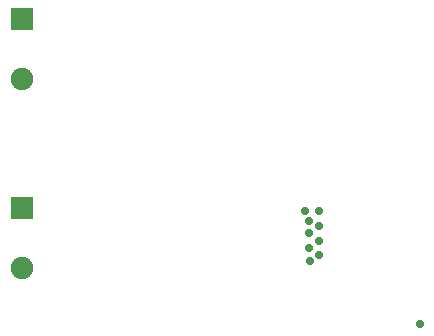
<source format=gbs>
G04*
G04 #@! TF.GenerationSoftware,Altium Limited,Altium Designer,21.2.2 (38)*
G04*
G04 Layer_Color=16711935*
%FSLAX25Y25*%
%MOIN*%
G70*
G04*
G04 #@! TF.SameCoordinates,A6081B22-79F4-4FF1-9526-7A4968917333*
G04*
G04*
G04 #@! TF.FilePolarity,Negative*
G04*
G01*
G75*
%ADD29R,0.07480X0.07480*%
%ADD30C,0.07480*%
%ADD31C,0.02756*%
D29*
X17717Y120236D02*
D03*
Y57244D02*
D03*
D30*
Y100236D02*
D03*
Y37244D02*
D03*
D31*
X113779Y39567D02*
D03*
X113422Y43915D02*
D03*
X113413Y48946D02*
D03*
X113581Y52827D02*
D03*
X116867Y41580D02*
D03*
X116976Y46206D02*
D03*
X116929Y51181D02*
D03*
X116934Y56336D02*
D03*
X112205Y56299D02*
D03*
X150591Y18701D02*
D03*
M02*

</source>
